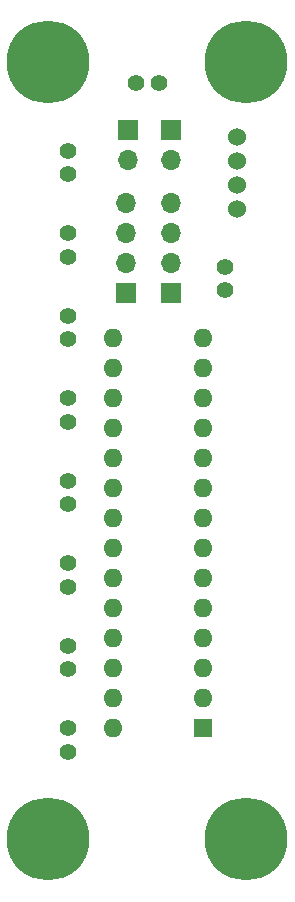
<source format=gbs>
%TF.GenerationSoftware,KiCad,Pcbnew,5.1.10*%
%TF.CreationDate,2021-12-13T09:12:35+01:00*%
%TF.ProjectId,serialization_board,73657269-616c-4697-9a61-74696f6e5f62,rev?*%
%TF.SameCoordinates,Original*%
%TF.FileFunction,Soldermask,Bot*%
%TF.FilePolarity,Negative*%
%FSLAX46Y46*%
G04 Gerber Fmt 4.6, Leading zero omitted, Abs format (unit mm)*
G04 Created by KiCad (PCBNEW 5.1.10) date 2021-12-13 09:12:35*
%MOMM*%
%LPD*%
G01*
G04 APERTURE LIST*
%ADD10O,1.700000X1.700000*%
%ADD11R,1.700000X1.700000*%
%ADD12C,1.397000*%
%ADD13C,7.000000*%
%ADD14O,1.600000X1.600000*%
%ADD15R,1.600000X1.600000*%
%ADD16C,1.524000*%
G04 APERTURE END LIST*
D10*
X74168000Y-34183000D03*
D11*
X74168000Y-31643000D03*
D10*
X70485000Y-34163000D03*
D11*
X70485000Y-31623000D03*
D10*
X70358000Y-37846000D03*
X70358000Y-40386000D03*
X70358000Y-42926000D03*
D11*
X70358000Y-45466000D03*
D10*
X74168000Y-37846000D03*
X74168000Y-40386000D03*
X74168000Y-42926000D03*
D11*
X74168000Y-45466000D03*
D12*
X65405000Y-33400999D03*
X65405000Y-35401001D03*
X65405000Y-82295999D03*
X65405000Y-84296001D03*
D13*
X80518000Y-25908000D03*
X80518000Y-91694000D03*
X63754000Y-91694000D03*
X63754000Y-25908000D03*
D12*
X65405000Y-68325999D03*
X65405000Y-70326001D03*
D14*
X69215000Y-82296000D03*
X76835000Y-49276000D03*
X69215000Y-79756000D03*
X76835000Y-51816000D03*
X69215000Y-77216000D03*
X76835000Y-54356000D03*
X69215000Y-74676000D03*
X76835000Y-56896000D03*
X69215000Y-72136000D03*
X76835000Y-59436000D03*
X69215000Y-69596000D03*
X76835000Y-61976000D03*
X69215000Y-67056000D03*
X76835000Y-64516000D03*
X69215000Y-64516000D03*
X76835000Y-67056000D03*
X69215000Y-61976000D03*
X76835000Y-69596000D03*
X69215000Y-59436000D03*
X76835000Y-72136000D03*
X69215000Y-56896000D03*
X76835000Y-74676000D03*
X69215000Y-54356000D03*
X76835000Y-77216000D03*
X69215000Y-51816000D03*
X76835000Y-79756000D03*
X69215000Y-49276000D03*
D15*
X76835000Y-82296000D03*
D12*
X65405000Y-40386000D03*
X65405000Y-42386002D03*
X65405000Y-75310999D03*
X65405000Y-77311001D03*
X65405000Y-61340999D03*
X65405000Y-63341001D03*
X65405000Y-54355999D03*
X65405000Y-56356001D03*
X65405000Y-47370999D03*
X65405000Y-49371001D03*
X78740000Y-45212000D03*
X78740000Y-43211998D03*
D16*
X79756000Y-38354000D03*
X79756000Y-36303999D03*
X79756000Y-34254001D03*
X79756000Y-32204000D03*
D12*
X73136001Y-27686000D03*
X71135999Y-27686000D03*
M02*

</source>
